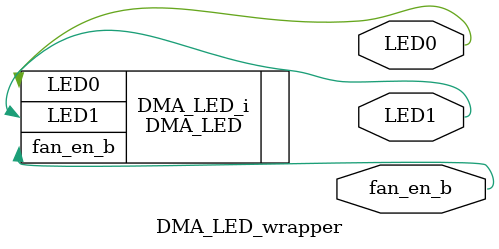
<source format=v>
`timescale 1 ps / 1 ps

module DMA_LED_wrapper
   (LED0,
    LED1,
    fan_en_b);
  output [0:0]LED0;
  output [0:0]LED1;
  output [0:0]fan_en_b;

  wire [0:0]LED0;
  wire [0:0]LED1;
  wire [0:0]fan_en_b;

  DMA_LED DMA_LED_i
       (.LED0(LED0),
        .LED1(LED1),
        .fan_en_b(fan_en_b));
endmodule

</source>
